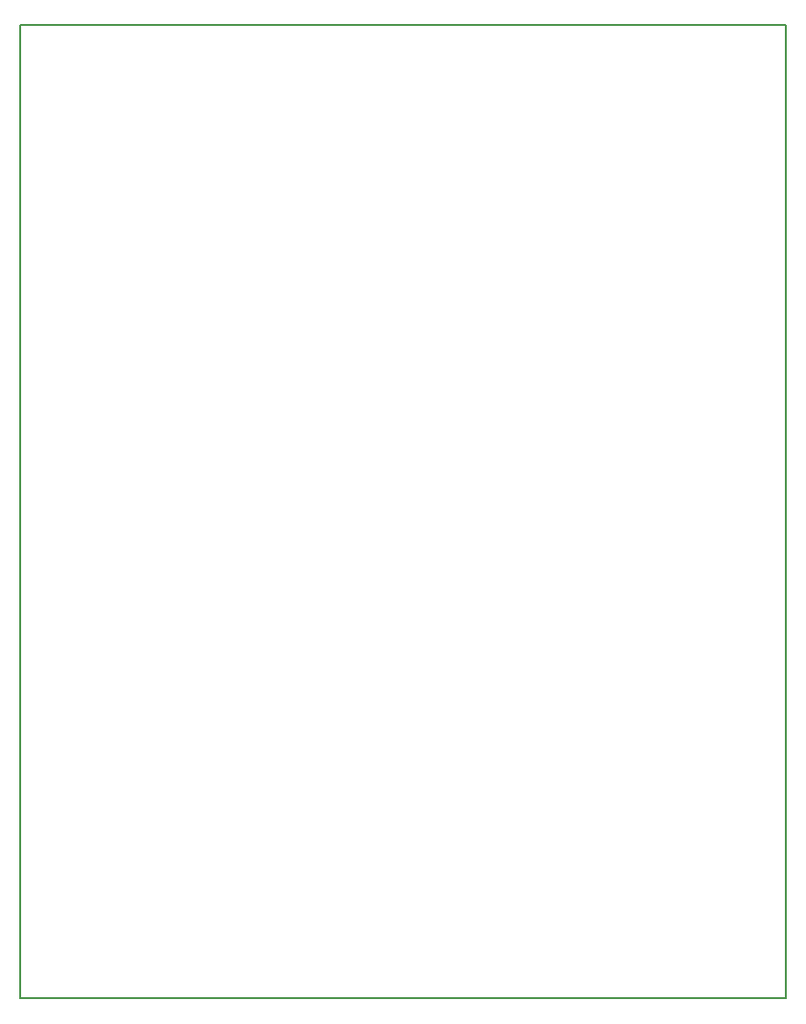
<source format=gm1>
G04 #@! TF.GenerationSoftware,KiCad,Pcbnew,(5.1.6-dirty)*
G04 #@! TF.CreationDate,2020-05-24T16:44:56+02:00*
G04 #@! TF.ProjectId,esp32control,65737033-3263-46f6-9e74-726f6c2e6b69,rev?*
G04 #@! TF.SameCoordinates,Original*
G04 #@! TF.FileFunction,Profile,NP*
%FSLAX46Y46*%
G04 Gerber Fmt 4.6, Leading zero omitted, Abs format (unit mm)*
G04 Created by KiCad (PCBNEW (5.1.6-dirty)) date 2020-05-24 16:44:56*
%MOMM*%
%LPD*%
G01*
G04 APERTURE LIST*
G04 #@! TA.AperFunction,Profile*
%ADD10C,0.200000*%
G04 #@! TD*
G04 APERTURE END LIST*
D10*
X119090500Y-36192500D02*
X51526500Y-36192500D01*
X119090500Y-122044500D02*
X119090500Y-36192500D01*
X51526500Y-122044500D02*
X119090500Y-122044500D01*
X51526500Y-36192500D02*
X51526500Y-122044500D01*
M02*

</source>
